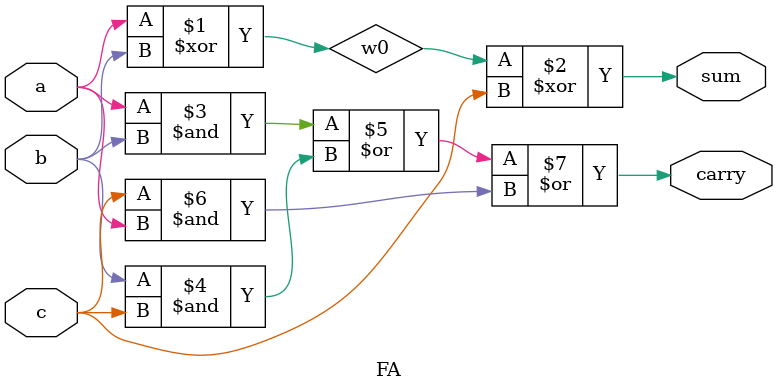
<source format=v>
module FA(a,b,c,sum,carry);

input a,b,c;
output sum , carry;

wire w0;

assign w0 = a^b;
assign sum = w0^c;

assign carry = (a&b)|(b&c)|(c&a);

endmodule
</source>
